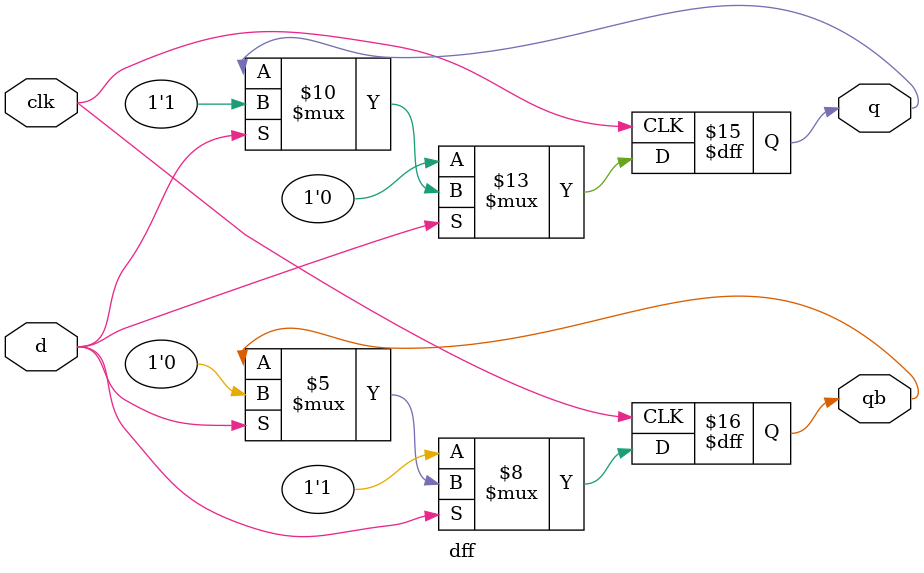
<source format=v>
module dff(d,q,qb,clk);
  input d,clk;
  output reg q, qb;
  
  initial
  begin
    q <= 0;
    qb <= 1;
  end
  
  always @(negedge clk)
  begin
    if (d==0) begin q<=0; qb <= 1; end
    else if (d==1) begin q<=1; qb<=0; end
  end
endmodule
</source>
